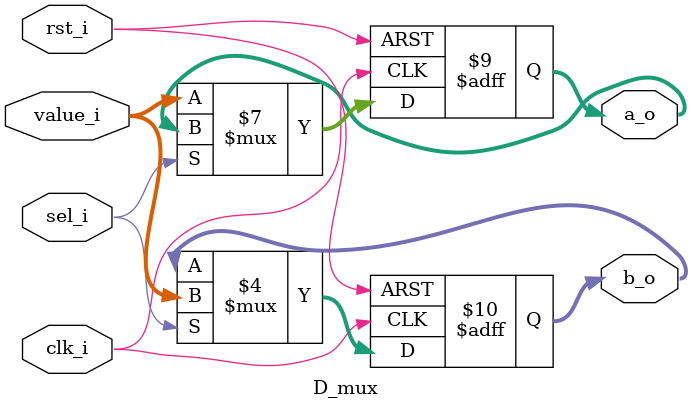
<source format=sv>
module D_mux #(
    parameter int Width = 8
)(
    input logic clk_i,
    input logic rst_i,
    input logic sel_i,
    input logic [Width-1:0] value_i,
    output logic [Width-1:0] a_o,
    output logic [Width-1:0] b_o
);

always_ff @(posedge clk_i or posedge rst_i) begin
if(rst_i) begin
    a_o <= '0;
    b_o <= '0; 
end 
    else if(!sel_i) begin
            a_o <= value_i;
    end 
        else begin
                b_o <= value_i;
        end
end

endmodule: D_mux
</source>
